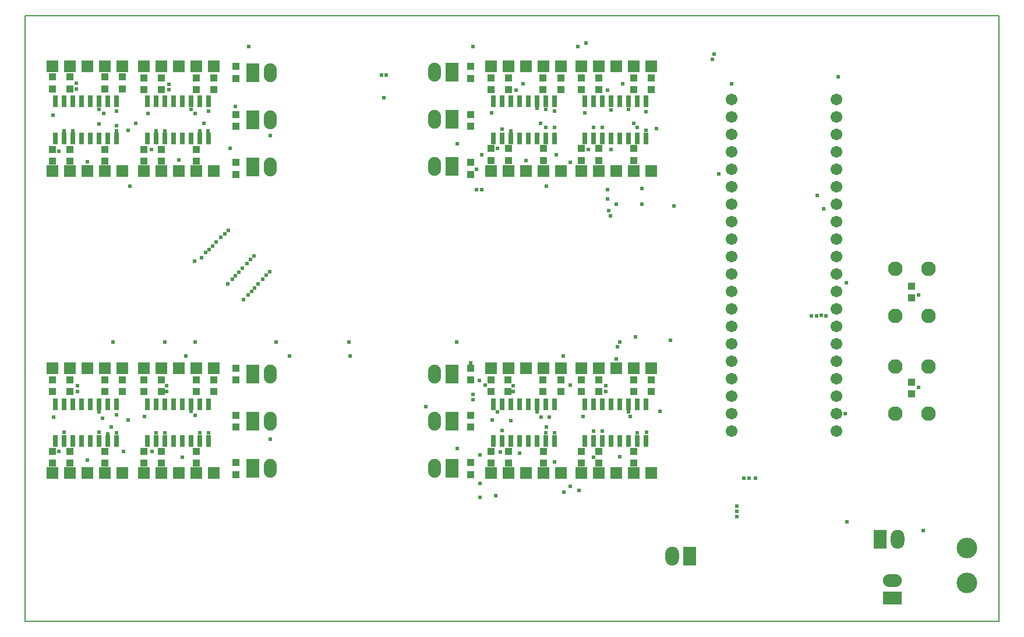
<source format=gbs>
G04*
G04 #@! TF.GenerationSoftware,Altium Limited,Altium Designer,18.1.6 (161)*
G04*
G04 Layer_Color=16711935*
%FSTAX24Y24*%
%MOIN*%
G70*
G01*
G75*
%ADD29R,0.0434X0.0395*%
%ADD31C,0.0830*%
%ADD32C,0.0671*%
%ADD33R,0.0671X0.0671*%
%ADD34C,0.1180*%
%ADD35R,0.0780X0.1080*%
%ADD36O,0.0780X0.1080*%
%ADD37R,0.1080X0.0730*%
%ADD38O,0.1080X0.0730*%
%ADD39R,0.0730X0.1080*%
%ADD40O,0.0730X0.1080*%
%ADD41C,0.0237*%
%ADD57C,0.0059*%
%ADD58R,0.0297X0.0671*%
D29*
X04485Y027385D02*
D03*
Y026715D02*
D03*
X06073Y03276D02*
D03*
Y032091D02*
D03*
Y02726D02*
D03*
Y026591D02*
D03*
X04285Y023285D02*
D03*
Y022615D02*
D03*
X04185Y023285D02*
D03*
Y022615D02*
D03*
X04285Y026715D02*
D03*
Y027385D02*
D03*
X03766Y023285D02*
D03*
Y022615D02*
D03*
X03966Y023285D02*
D03*
Y022615D02*
D03*
X03666Y023285D02*
D03*
Y022615D02*
D03*
X0355Y022635D02*
D03*
Y021965D02*
D03*
Y025357D02*
D03*
Y024688D02*
D03*
Y02805D02*
D03*
Y027381D02*
D03*
X04585Y026715D02*
D03*
Y027385D02*
D03*
X04485Y023285D02*
D03*
Y022615D02*
D03*
X04185Y026715D02*
D03*
Y027385D02*
D03*
X03965Y026715D02*
D03*
Y027385D02*
D03*
X04066Y026715D02*
D03*
Y027385D02*
D03*
X03765Y026715D02*
D03*
Y027385D02*
D03*
X03666Y026715D02*
D03*
Y027385D02*
D03*
X0198Y023285D02*
D03*
Y022615D02*
D03*
X0178Y023285D02*
D03*
Y022615D02*
D03*
X0168Y023285D02*
D03*
Y022615D02*
D03*
X01156Y023285D02*
D03*
Y022615D02*
D03*
X01256Y023285D02*
D03*
Y022615D02*
D03*
X01456Y023285D02*
D03*
Y022615D02*
D03*
X02207Y022635D02*
D03*
Y021965D02*
D03*
Y025357D02*
D03*
Y024688D02*
D03*
Y02805D02*
D03*
Y027381D02*
D03*
X01156Y026715D02*
D03*
Y027385D02*
D03*
X01256Y026715D02*
D03*
Y027385D02*
D03*
X0208Y026715D02*
D03*
Y027385D02*
D03*
X0198Y026715D02*
D03*
Y027385D02*
D03*
X0178Y026715D02*
D03*
Y027385D02*
D03*
X0168Y026715D02*
D03*
Y027385D02*
D03*
X01456Y026715D02*
D03*
Y027385D02*
D03*
X01556Y026715D02*
D03*
Y027385D02*
D03*
X0198Y040585D02*
D03*
Y039915D02*
D03*
X0178Y040585D02*
D03*
Y039915D02*
D03*
X0168Y040585D02*
D03*
Y039915D02*
D03*
X01156Y040585D02*
D03*
Y039915D02*
D03*
X01256Y040585D02*
D03*
Y039915D02*
D03*
X01456Y040585D02*
D03*
Y039915D02*
D03*
X0198Y044015D02*
D03*
Y044685D02*
D03*
X0178Y044015D02*
D03*
Y044685D02*
D03*
X0168Y044015D02*
D03*
Y044685D02*
D03*
X0208Y044015D02*
D03*
Y044685D02*
D03*
X04285Y040635D02*
D03*
Y039965D02*
D03*
X04185Y040635D02*
D03*
Y039965D02*
D03*
X04485Y040635D02*
D03*
Y039965D02*
D03*
X0355Y039835D02*
D03*
Y039165D02*
D03*
Y042585D02*
D03*
Y041915D02*
D03*
Y045335D02*
D03*
Y044665D02*
D03*
X03766Y040635D02*
D03*
Y039965D02*
D03*
X03966Y040635D02*
D03*
Y039965D02*
D03*
X03666Y040635D02*
D03*
Y039965D02*
D03*
X04485Y044015D02*
D03*
Y044685D02*
D03*
X04585Y044015D02*
D03*
Y044685D02*
D03*
X04285Y044015D02*
D03*
Y044685D02*
D03*
X04185Y044015D02*
D03*
Y044685D02*
D03*
X03766Y044015D02*
D03*
Y044685D02*
D03*
X03965Y044015D02*
D03*
Y044685D02*
D03*
X04066Y044015D02*
D03*
Y044685D02*
D03*
X03666Y044015D02*
D03*
Y044685D02*
D03*
X01156Y044065D02*
D03*
Y044735D02*
D03*
X01256Y044065D02*
D03*
Y044735D02*
D03*
X01556Y044065D02*
D03*
Y044735D02*
D03*
X01456Y044065D02*
D03*
Y044735D02*
D03*
X02207Y039835D02*
D03*
Y039165D02*
D03*
Y042585D02*
D03*
Y041915D02*
D03*
Y045335D02*
D03*
Y044665D02*
D03*
D31*
X05982Y02545D02*
D03*
X0617Y02816D02*
D03*
X05982D02*
D03*
X0617Y02545D02*
D03*
X05982Y03105D02*
D03*
X0617Y03376D02*
D03*
X05982D02*
D03*
X0617Y03105D02*
D03*
D32*
X05645Y03245D02*
D03*
Y03145D02*
D03*
Y02945D02*
D03*
Y03045D02*
D03*
Y02745D02*
D03*
Y02845D02*
D03*
Y02545D02*
D03*
Y02645D02*
D03*
Y02445D02*
D03*
Y04245D02*
D03*
Y04145D02*
D03*
Y03945D02*
D03*
Y04045D02*
D03*
Y03745D02*
D03*
Y03845D02*
D03*
Y03545D02*
D03*
Y03645D02*
D03*
Y03345D02*
D03*
Y03445D02*
D03*
X05045Y03345D02*
D03*
Y03245D02*
D03*
Y03045D02*
D03*
Y03145D02*
D03*
Y02845D02*
D03*
Y02945D02*
D03*
Y02645D02*
D03*
Y02745D02*
D03*
Y02445D02*
D03*
Y02545D02*
D03*
Y03545D02*
D03*
Y03445D02*
D03*
Y03745D02*
D03*
Y03645D02*
D03*
Y03945D02*
D03*
Y03845D02*
D03*
Y04145D02*
D03*
Y04045D02*
D03*
Y04245D02*
D03*
X05645Y04345D02*
D03*
X05045D02*
D03*
D33*
X01156Y028065D02*
D03*
X01256D02*
D03*
X01356D02*
D03*
X01456D02*
D03*
X01556D02*
D03*
Y022065D02*
D03*
X01456D02*
D03*
X01356D02*
D03*
X01256D02*
D03*
X01156D02*
D03*
X03666Y028065D02*
D03*
X03766D02*
D03*
X03866D02*
D03*
X03966D02*
D03*
X04066D02*
D03*
Y022065D02*
D03*
X03966D02*
D03*
X03866D02*
D03*
X03766D02*
D03*
X03666D02*
D03*
Y04535D02*
D03*
X03766D02*
D03*
X03866D02*
D03*
X03966D02*
D03*
X04066D02*
D03*
Y03935D02*
D03*
X03966D02*
D03*
X03866D02*
D03*
X03766D02*
D03*
X03666D02*
D03*
X01156Y04535D02*
D03*
X01256D02*
D03*
X01356D02*
D03*
X01456D02*
D03*
X01556D02*
D03*
Y03935D02*
D03*
X01456D02*
D03*
X01356D02*
D03*
X01256D02*
D03*
X01156D02*
D03*
X0168Y028065D02*
D03*
X0178D02*
D03*
X0188D02*
D03*
X0198D02*
D03*
X0208D02*
D03*
Y022065D02*
D03*
X0198D02*
D03*
X0188D02*
D03*
X0178D02*
D03*
X0168D02*
D03*
X04185Y028065D02*
D03*
X04285D02*
D03*
X04385D02*
D03*
X04485D02*
D03*
X04585D02*
D03*
Y022065D02*
D03*
X04485D02*
D03*
X04385D02*
D03*
X04285D02*
D03*
X04185D02*
D03*
Y04535D02*
D03*
X04285D02*
D03*
X04385D02*
D03*
X04485D02*
D03*
X04585D02*
D03*
Y03935D02*
D03*
X04485D02*
D03*
X04385D02*
D03*
X04285D02*
D03*
X04185D02*
D03*
X0168Y04535D02*
D03*
X0178D02*
D03*
X0188D02*
D03*
X0198D02*
D03*
X0208D02*
D03*
Y03935D02*
D03*
X0198D02*
D03*
X0188D02*
D03*
X0178D02*
D03*
X0168D02*
D03*
D34*
X0639Y01775D02*
D03*
Y01575D02*
D03*
D35*
X04805Y0173D02*
D03*
X05895Y01825D02*
D03*
D36*
X04705Y0173D02*
D03*
X05995Y01825D02*
D03*
D37*
X059632Y0149D02*
D03*
D38*
Y0159D02*
D03*
D39*
X02305Y022315D02*
D03*
Y025015D02*
D03*
Y027715D02*
D03*
X03445Y022322D02*
D03*
Y025022D02*
D03*
Y027722D02*
D03*
Y039607D02*
D03*
Y042307D02*
D03*
Y045007D02*
D03*
X02305Y0396D02*
D03*
Y0423D02*
D03*
Y045D02*
D03*
D40*
X02405Y022315D02*
D03*
Y025015D02*
D03*
Y027715D02*
D03*
X03345Y022322D02*
D03*
Y025022D02*
D03*
Y027722D02*
D03*
Y039607D02*
D03*
Y042307D02*
D03*
Y045007D02*
D03*
X02405Y0396D02*
D03*
Y0423D02*
D03*
Y045D02*
D03*
D41*
X03675Y0251D02*
D03*
X0373Y0245D02*
D03*
X03705Y02555D02*
D03*
X0372Y02325D02*
D03*
X03695Y02075D02*
D03*
X0383Y0232D02*
D03*
X0378Y02505D02*
D03*
X05705Y01925D02*
D03*
X0614Y01875D02*
D03*
X02405Y024D02*
D03*
Y0414D02*
D03*
X03475Y040908D02*
D03*
X0412Y03985D02*
D03*
X03475Y023435D02*
D03*
X0412Y021277D02*
D03*
X01635Y0421D02*
D03*
X0497Y0392D02*
D03*
X02175Y04065D02*
D03*
X04935Y04575D02*
D03*
X04945Y04605D02*
D03*
X0421Y0467D02*
D03*
X04165Y046471D02*
D03*
X057Y03295D02*
D03*
X05075Y01955D02*
D03*
X03985Y0247D02*
D03*
X04Y02525D02*
D03*
X03955D02*
D03*
X0393Y02555D02*
D03*
X043909Y029291D02*
D03*
X04495Y02985D02*
D03*
X04405Y02955D02*
D03*
X04695Y02965D02*
D03*
X04385Y03745D02*
D03*
Y0286D02*
D03*
X0412Y0271D02*
D03*
X04385Y02859D02*
D03*
X0188Y04D02*
D03*
X04635Y0256D02*
D03*
X04085Y02095D02*
D03*
X0403Y0227D02*
D03*
X03295Y02585D02*
D03*
X04405Y022977D02*
D03*
X04335Y03775D02*
D03*
X0197Y0342D02*
D03*
X01356Y02279D02*
D03*
X01475Y0243D02*
D03*
X01525Y0254D02*
D03*
X01425Y0244D02*
D03*
X019Y02295D02*
D03*
X0205Y02435D02*
D03*
X02D02*
D03*
X04355Y040585D02*
D03*
X04555Y04275D02*
D03*
X04485Y0421D02*
D03*
X040305Y0428D02*
D03*
X0403Y04185D02*
D03*
X0395Y0421D02*
D03*
X03866Y03995D02*
D03*
X01525Y0428D02*
D03*
X0205D02*
D03*
X02025Y0421D02*
D03*
X01356Y0399D02*
D03*
X01425Y04205D02*
D03*
X01525Y04195D02*
D03*
Y04165D02*
D03*
X0145Y04265D02*
D03*
X01425Y0429D02*
D03*
X06115Y03225D02*
D03*
Y02695D02*
D03*
X0286Y02875D02*
D03*
X02855Y02955D02*
D03*
X05045Y04435D02*
D03*
X05655Y04475D02*
D03*
X056927Y02545D02*
D03*
X05075Y02015D02*
D03*
X0518Y02175D02*
D03*
X05075Y01985D02*
D03*
X05145Y02175D02*
D03*
X05115D02*
D03*
X03605Y02065D02*
D03*
Y02145D02*
D03*
Y0231D02*
D03*
X0238Y0334D02*
D03*
X04325Y02705D02*
D03*
X0408Y02875D02*
D03*
X0355Y02835D02*
D03*
X03615Y0383D02*
D03*
X03585D02*
D03*
Y03945D02*
D03*
X0435Y0368D02*
D03*
X0434Y0371D02*
D03*
X03615Y0403D02*
D03*
X04355Y04285D02*
D03*
X04455Y0429D02*
D03*
X04335Y044D02*
D03*
X0442Y044365D02*
D03*
X0373Y04175D02*
D03*
X039812Y0429D02*
D03*
X0381Y044D02*
D03*
X0385Y04435D02*
D03*
X044635Y025293D02*
D03*
X0347Y02955D02*
D03*
X03635Y0271D02*
D03*
X036Y02735D02*
D03*
X02515Y02875D02*
D03*
X0192D02*
D03*
X01505Y02955D02*
D03*
X018D02*
D03*
X01975D02*
D03*
X024371D02*
D03*
X04255Y02295D02*
D03*
X0453Y03745D02*
D03*
X04335Y0383D02*
D03*
X0195Y0256D02*
D03*
X01975Y02535D02*
D03*
X03565Y046471D02*
D03*
X018Y024338D02*
D03*
X03565Y02655D02*
D03*
Y02625D02*
D03*
X039812Y02435D02*
D03*
X0225Y032D02*
D03*
X0216Y0329D02*
D03*
X0201Y0344D02*
D03*
X016005Y038495D02*
D03*
X022959Y032441D02*
D03*
X02315Y03265D02*
D03*
X02335Y0329D02*
D03*
X0236Y03315D02*
D03*
X024Y0336D02*
D03*
X020556Y034856D02*
D03*
X02035Y034685D02*
D03*
X0159Y0417D02*
D03*
X017235Y040585D02*
D03*
X02095Y0353D02*
D03*
X0212Y03555D02*
D03*
X02075Y03505D02*
D03*
X02205Y04305D02*
D03*
X0228Y0465D02*
D03*
X04555Y041695D02*
D03*
X04615Y0418D02*
D03*
X055Y03105D02*
D03*
X0553D02*
D03*
X043029Y041845D02*
D03*
X045295Y03835D02*
D03*
X04505Y041845D02*
D03*
X055579Y031071D02*
D03*
X05585Y03105D02*
D03*
X04715Y03735D02*
D03*
X04255Y02445D02*
D03*
X0557Y0372D02*
D03*
X05535Y03795D02*
D03*
X03055Y04355D02*
D03*
X030664Y044864D02*
D03*
X0304Y044863D02*
D03*
X0417Y02105D02*
D03*
X0403Y02435D02*
D03*
X0398Y04185D02*
D03*
X0404Y0403D02*
D03*
X0175Y04165D02*
D03*
X043029Y02445D02*
D03*
X045573Y024377D02*
D03*
X0231Y0345D02*
D03*
X02165Y03595D02*
D03*
X020485Y04165D02*
D03*
X04505Y02435D02*
D03*
X04325Y026715D02*
D03*
X0229Y0343D02*
D03*
X02145Y03575D02*
D03*
X02Y04165D02*
D03*
X0227Y03405D02*
D03*
X018Y04165D02*
D03*
X03795Y02705D02*
D03*
X02245Y0338D02*
D03*
X02205Y03335D02*
D03*
X02225Y03355D02*
D03*
X022767Y03225D02*
D03*
X01275Y04165D02*
D03*
X021867Y03315D02*
D03*
X01225Y04165D02*
D03*
X01195Y0405D02*
D03*
X04255Y04185D02*
D03*
X03985Y0385D02*
D03*
X0175Y024338D02*
D03*
X01525Y02435D02*
D03*
X01445Y0252D02*
D03*
X01425Y02555D02*
D03*
X01495Y02469D02*
D03*
X01195Y0233D02*
D03*
X0159Y0251D02*
D03*
X0181Y02705D02*
D03*
X01565Y023285D02*
D03*
X0378Y04165D02*
D03*
X01225Y0244D02*
D03*
X013Y02705D02*
D03*
Y026715D02*
D03*
X04195Y0253D02*
D03*
X04455Y02555D02*
D03*
X03795Y026715D02*
D03*
X017269Y023285D02*
D03*
X01685Y0253D02*
D03*
X0181Y026715D02*
D03*
X01165Y02525D02*
D03*
X04225Y0406D02*
D03*
X04205Y0427D02*
D03*
X0393Y04295D02*
D03*
X03705Y04065D02*
D03*
X0367Y0427D02*
D03*
X01705Y04265D02*
D03*
X01825Y044323D02*
D03*
X0195Y0429D02*
D03*
X01975Y04265D02*
D03*
X01825Y044015D02*
D03*
X01295Y044065D02*
D03*
X012927Y044373D02*
D03*
X0116Y04255D02*
D03*
D57*
X01Y04825D02*
X06575D01*
X01Y01355D02*
Y04825D01*
X06575Y01355D02*
Y04825D01*
X01Y01355D02*
X06575D01*
D58*
X01175Y026D02*
D03*
X01225D02*
D03*
X01275D02*
D03*
X01325D02*
D03*
X01525D02*
D03*
X01475D02*
D03*
X01425D02*
D03*
X01375D02*
D03*
Y023874D02*
D03*
X01425D02*
D03*
X01475D02*
D03*
X01525D02*
D03*
X01325D02*
D03*
X01275D02*
D03*
X01225D02*
D03*
X01175D02*
D03*
X017Y026D02*
D03*
X0175D02*
D03*
X018D02*
D03*
X0185D02*
D03*
X0205D02*
D03*
X02D02*
D03*
X0195D02*
D03*
X019D02*
D03*
Y023874D02*
D03*
X0195D02*
D03*
X02D02*
D03*
X0205D02*
D03*
X0185D02*
D03*
X018D02*
D03*
X0175D02*
D03*
X017D02*
D03*
X04205Y026D02*
D03*
X04255D02*
D03*
X04305D02*
D03*
X04355D02*
D03*
X04555D02*
D03*
X04505D02*
D03*
X04455D02*
D03*
X04405D02*
D03*
Y023874D02*
D03*
X04455D02*
D03*
X04505D02*
D03*
X04555D02*
D03*
X04355D02*
D03*
X04305D02*
D03*
X04255D02*
D03*
X04205D02*
D03*
X0368Y026D02*
D03*
X0373D02*
D03*
X0378D02*
D03*
X0383D02*
D03*
X0403D02*
D03*
X0398D02*
D03*
X0393D02*
D03*
X0388D02*
D03*
Y023874D02*
D03*
X0393D02*
D03*
X0398D02*
D03*
X0403D02*
D03*
X0383D02*
D03*
X0378D02*
D03*
X0373D02*
D03*
X0368D02*
D03*
X04205Y04335D02*
D03*
X04255D02*
D03*
X04305D02*
D03*
X04355D02*
D03*
X04555D02*
D03*
X04505D02*
D03*
X04455D02*
D03*
X04405D02*
D03*
Y041224D02*
D03*
X04455D02*
D03*
X04505D02*
D03*
X04555D02*
D03*
X04355D02*
D03*
X04305D02*
D03*
X04255D02*
D03*
X04205D02*
D03*
X0368Y04335D02*
D03*
X0373D02*
D03*
X0378D02*
D03*
X0383D02*
D03*
X0403D02*
D03*
X0398D02*
D03*
X0393D02*
D03*
X0388D02*
D03*
Y041224D02*
D03*
X0393D02*
D03*
X0398D02*
D03*
X0403D02*
D03*
X0383D02*
D03*
X0378D02*
D03*
X0373D02*
D03*
X0368D02*
D03*
X017Y04335D02*
D03*
X0175D02*
D03*
X018D02*
D03*
X0185D02*
D03*
X0205D02*
D03*
X02D02*
D03*
X0195D02*
D03*
X019D02*
D03*
Y041224D02*
D03*
X0195D02*
D03*
X02D02*
D03*
X0205D02*
D03*
X0185D02*
D03*
X018D02*
D03*
X0175D02*
D03*
X017D02*
D03*
X01175Y04335D02*
D03*
X01225D02*
D03*
X01275D02*
D03*
X01325D02*
D03*
X01525D02*
D03*
X01475D02*
D03*
X01425D02*
D03*
X01375D02*
D03*
Y041224D02*
D03*
X01425D02*
D03*
X01475D02*
D03*
X01525D02*
D03*
X01325D02*
D03*
X01275D02*
D03*
X01225D02*
D03*
X01175D02*
D03*
M02*

</source>
